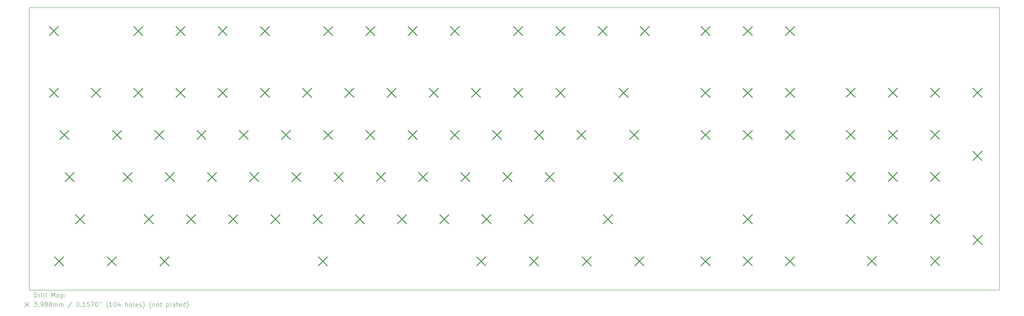
<source format=gbr>
%TF.GenerationSoftware,KiCad,Pcbnew,7.0.1*%
%TF.CreationDate,2024-09-21T18:30:58-05:00*%
%TF.ProjectId,C128DKEYBOARD,43313238-444b-4455-9942-4f4152442e6b,3.3*%
%TF.SameCoordinates,Original*%
%TF.FileFunction,Drillmap*%
%TF.FilePolarity,Positive*%
%FSLAX45Y45*%
G04 Gerber Fmt 4.5, Leading zero omitted, Abs format (unit mm)*
G04 Created by KiCad (PCBNEW 7.0.1) date 2024-09-21 18:30:58*
%MOMM*%
%LPD*%
G01*
G04 APERTURE LIST*
%ADD10C,0.150000*%
%ADD11C,0.200000*%
%ADD12C,0.398780*%
G04 APERTURE END LIST*
D10*
X5421630Y-12321540D02*
X11608830Y-12321600D01*
X45111730Y-12322280D02*
X13406430Y-12321540D01*
X5358130Y-25097740D02*
X5326380Y-25097740D01*
X45111730Y-12322280D02*
X49109630Y-12321540D01*
X49109630Y-12639040D02*
X49109630Y-12575540D01*
X11608830Y-12321600D02*
X13406430Y-12321540D01*
X5326380Y-25021540D02*
X5326380Y-25097740D01*
X5421630Y-12321540D02*
X5358130Y-12321540D01*
X49109630Y-25097740D02*
X49109630Y-12639040D01*
X5358130Y-25097740D02*
X49109630Y-25097740D01*
X49109630Y-12321540D02*
X49109630Y-12575540D01*
X5326380Y-12321540D02*
X5326380Y-25021540D01*
X5326380Y-12321540D02*
X5358130Y-12321540D01*
D11*
D12*
X6233160Y-13173710D02*
X6631940Y-13572490D01*
X6631940Y-13173710D02*
X6233160Y-13572490D01*
X6233160Y-15967710D02*
X6631940Y-16366490D01*
X6631940Y-15967710D02*
X6233160Y-16366490D01*
X6470660Y-23587710D02*
X6869440Y-23986490D01*
X6869440Y-23587710D02*
X6470660Y-23986490D01*
X6708660Y-17872710D02*
X7107440Y-18271490D01*
X7107440Y-17872710D02*
X6708660Y-18271490D01*
X6946960Y-19777710D02*
X7345740Y-20176490D01*
X7345740Y-19777710D02*
X6946960Y-20176490D01*
X7423160Y-21682710D02*
X7821940Y-22081490D01*
X7821940Y-21682710D02*
X7423160Y-22081490D01*
X8138160Y-15967710D02*
X8536940Y-16366490D01*
X8536940Y-15967710D02*
X8138160Y-16366490D01*
X8851660Y-23587710D02*
X9250440Y-23986490D01*
X9250440Y-23587710D02*
X8851660Y-23986490D01*
X9090660Y-17872710D02*
X9489440Y-18271490D01*
X9489440Y-17872710D02*
X9090660Y-18271490D01*
X9565660Y-19777710D02*
X9964440Y-20176490D01*
X9964440Y-19777710D02*
X9565660Y-20176490D01*
X10043160Y-13173710D02*
X10441940Y-13572490D01*
X10441940Y-13173710D02*
X10043160Y-13572490D01*
X10043160Y-15967710D02*
X10441940Y-16366490D01*
X10441940Y-15967710D02*
X10043160Y-16366490D01*
X10518160Y-21682710D02*
X10916940Y-22081490D01*
X10916940Y-21682710D02*
X10518160Y-22081490D01*
X10995660Y-17872710D02*
X11394440Y-18271490D01*
X11394440Y-17872710D02*
X10995660Y-18271490D01*
X11232660Y-23587710D02*
X11631440Y-23986490D01*
X11631440Y-23587710D02*
X11232660Y-23986490D01*
X11470660Y-19777710D02*
X11869440Y-20176490D01*
X11869440Y-19777710D02*
X11470660Y-20176490D01*
X11948160Y-13173710D02*
X12346940Y-13572490D01*
X12346940Y-13173710D02*
X11948160Y-13572490D01*
X11948160Y-15967710D02*
X12346940Y-16366490D01*
X12346940Y-15967710D02*
X11948160Y-16366490D01*
X12423160Y-21682710D02*
X12821940Y-22081490D01*
X12821940Y-21682710D02*
X12423160Y-22081490D01*
X12900660Y-17872710D02*
X13299440Y-18271490D01*
X13299440Y-17872710D02*
X12900660Y-18271490D01*
X13375660Y-19777710D02*
X13774440Y-20176490D01*
X13774440Y-19777710D02*
X13375660Y-20176490D01*
X13853160Y-13173710D02*
X14251940Y-13572490D01*
X14251940Y-13173710D02*
X13853160Y-13572490D01*
X13853160Y-15967710D02*
X14251940Y-16366490D01*
X14251940Y-15967710D02*
X13853160Y-16366490D01*
X14328160Y-21682710D02*
X14726940Y-22081490D01*
X14726940Y-21682710D02*
X14328160Y-22081490D01*
X14805660Y-17872710D02*
X15204440Y-18271490D01*
X15204440Y-17872710D02*
X14805660Y-18271490D01*
X15280660Y-19777710D02*
X15679440Y-20176490D01*
X15679440Y-19777710D02*
X15280660Y-20176490D01*
X15758160Y-13173710D02*
X16156940Y-13572490D01*
X16156940Y-13173710D02*
X15758160Y-13572490D01*
X15758160Y-15967710D02*
X16156940Y-16366490D01*
X16156940Y-15967710D02*
X15758160Y-16366490D01*
X16233160Y-21682710D02*
X16631940Y-22081490D01*
X16631940Y-21682710D02*
X16233160Y-22081490D01*
X16710660Y-17872710D02*
X17109440Y-18271490D01*
X17109440Y-17872710D02*
X16710660Y-18271490D01*
X17185660Y-19777710D02*
X17584440Y-20176490D01*
X17584440Y-19777710D02*
X17185660Y-20176490D01*
X17663160Y-15967710D02*
X18061940Y-16366490D01*
X18061940Y-15967710D02*
X17663160Y-16366490D01*
X18138160Y-21682710D02*
X18536940Y-22081490D01*
X18536940Y-21682710D02*
X18138160Y-22081490D01*
X18376160Y-23587710D02*
X18774940Y-23986490D01*
X18774940Y-23587710D02*
X18376160Y-23986490D01*
X18615660Y-13173710D02*
X19014440Y-13572490D01*
X19014440Y-13173710D02*
X18615660Y-13572490D01*
X18615660Y-17872710D02*
X19014440Y-18271490D01*
X19014440Y-17872710D02*
X18615660Y-18271490D01*
X19090660Y-19777710D02*
X19489440Y-20176490D01*
X19489440Y-19777710D02*
X19090660Y-20176490D01*
X19568160Y-15967710D02*
X19966940Y-16366490D01*
X19966940Y-15967710D02*
X19568160Y-16366490D01*
X20043160Y-21682710D02*
X20441940Y-22081490D01*
X20441940Y-21682710D02*
X20043160Y-22081490D01*
X20520660Y-13173710D02*
X20919440Y-13572490D01*
X20919440Y-13173710D02*
X20520660Y-13572490D01*
X20520660Y-17872710D02*
X20919440Y-18271490D01*
X20919440Y-17872710D02*
X20520660Y-18271490D01*
X20995660Y-19777710D02*
X21394440Y-20176490D01*
X21394440Y-19777710D02*
X20995660Y-20176490D01*
X21473160Y-15967710D02*
X21871940Y-16366490D01*
X21871940Y-15967710D02*
X21473160Y-16366490D01*
X21948160Y-21682710D02*
X22346940Y-22081490D01*
X22346940Y-21682710D02*
X21948160Y-22081490D01*
X22425660Y-13173710D02*
X22824440Y-13572490D01*
X22824440Y-13173710D02*
X22425660Y-13572490D01*
X22425660Y-17872710D02*
X22824440Y-18271490D01*
X22824440Y-17872710D02*
X22425660Y-18271490D01*
X22900660Y-19777710D02*
X23299440Y-20176490D01*
X23299440Y-19777710D02*
X22900660Y-20176490D01*
X23378160Y-15967710D02*
X23776940Y-16366490D01*
X23776940Y-15967710D02*
X23378160Y-16366490D01*
X23853160Y-21682710D02*
X24251940Y-22081490D01*
X24251940Y-21682710D02*
X23853160Y-22081490D01*
X24330660Y-13173710D02*
X24729440Y-13572490D01*
X24729440Y-13173710D02*
X24330660Y-13572490D01*
X24330660Y-17872710D02*
X24729440Y-18271490D01*
X24729440Y-17872710D02*
X24330660Y-18271490D01*
X24805660Y-19777710D02*
X25204440Y-20176490D01*
X25204440Y-19777710D02*
X24805660Y-20176490D01*
X25283160Y-15967710D02*
X25681940Y-16366490D01*
X25681940Y-15967710D02*
X25283160Y-16366490D01*
X25520160Y-23587710D02*
X25918940Y-23986490D01*
X25918940Y-23587710D02*
X25520160Y-23986490D01*
X25758160Y-21682710D02*
X26156940Y-22081490D01*
X26156940Y-21682710D02*
X25758160Y-22081490D01*
X26235660Y-17872710D02*
X26634440Y-18271490D01*
X26634440Y-17872710D02*
X26235660Y-18271490D01*
X26710660Y-19777710D02*
X27109440Y-20176490D01*
X27109440Y-19777710D02*
X26710660Y-20176490D01*
X27188160Y-13173710D02*
X27586940Y-13572490D01*
X27586940Y-13173710D02*
X27188160Y-13572490D01*
X27188160Y-15967710D02*
X27586940Y-16366490D01*
X27586940Y-15967710D02*
X27188160Y-16366490D01*
X27663160Y-21682710D02*
X28061940Y-22081490D01*
X28061940Y-21682710D02*
X27663160Y-22081490D01*
X27901160Y-23587710D02*
X28299940Y-23986490D01*
X28299940Y-23587710D02*
X27901160Y-23986490D01*
X28140660Y-17872710D02*
X28539440Y-18271490D01*
X28539440Y-17872710D02*
X28140660Y-18271490D01*
X28615660Y-19777710D02*
X29014440Y-20176490D01*
X29014440Y-19777710D02*
X28615660Y-20176490D01*
X29093160Y-13173710D02*
X29491940Y-13572490D01*
X29491940Y-13173710D02*
X29093160Y-13572490D01*
X29093160Y-15967710D02*
X29491940Y-16366490D01*
X29491940Y-15967710D02*
X29093160Y-16366490D01*
X30045660Y-17872710D02*
X30444440Y-18271490D01*
X30444440Y-17872710D02*
X30045660Y-18271490D01*
X30282160Y-23587710D02*
X30680940Y-23986490D01*
X30680940Y-23587710D02*
X30282160Y-23986490D01*
X30998160Y-13173710D02*
X31396940Y-13572490D01*
X31396940Y-13173710D02*
X30998160Y-13572490D01*
X31234660Y-21682710D02*
X31633440Y-22081490D01*
X31633440Y-21682710D02*
X31234660Y-22081490D01*
X31711160Y-19777710D02*
X32109940Y-20176490D01*
X32109940Y-19777710D02*
X31711160Y-20176490D01*
X31950660Y-15967710D02*
X32349440Y-16366490D01*
X32349440Y-15967710D02*
X31950660Y-16366490D01*
X32426660Y-17872710D02*
X32825440Y-18271490D01*
X32825440Y-17872710D02*
X32426660Y-18271490D01*
X32663160Y-23587710D02*
X33061940Y-23986490D01*
X33061940Y-23587710D02*
X32663160Y-23986490D01*
X32903160Y-13173710D02*
X33301940Y-13572490D01*
X33301940Y-13173710D02*
X32903160Y-13572490D01*
X35643820Y-13173710D02*
X36042600Y-13572490D01*
X36042600Y-13173710D02*
X35643820Y-13572490D01*
X35643820Y-15967710D02*
X36042600Y-16366490D01*
X36042600Y-15967710D02*
X35643820Y-16366490D01*
X35643820Y-17872710D02*
X36042600Y-18271490D01*
X36042600Y-17872710D02*
X35643820Y-18271490D01*
X35643820Y-23587710D02*
X36042600Y-23986490D01*
X36042600Y-23587710D02*
X35643820Y-23986490D01*
X37548820Y-13173710D02*
X37947600Y-13572490D01*
X37947600Y-13173710D02*
X37548820Y-13572490D01*
X37548820Y-15967710D02*
X37947600Y-16366490D01*
X37947600Y-15967710D02*
X37548820Y-16366490D01*
X37548820Y-17872710D02*
X37947600Y-18271490D01*
X37947600Y-17872710D02*
X37548820Y-18271490D01*
X37548820Y-21682710D02*
X37947600Y-22081490D01*
X37947600Y-21682710D02*
X37548820Y-22081490D01*
X37548820Y-23587710D02*
X37947600Y-23986490D01*
X37947600Y-23587710D02*
X37548820Y-23986490D01*
X39453820Y-13173710D02*
X39852600Y-13572490D01*
X39852600Y-13173710D02*
X39453820Y-13572490D01*
X39453820Y-15967710D02*
X39852600Y-16366490D01*
X39852600Y-15967710D02*
X39453820Y-16366490D01*
X39453820Y-17872710D02*
X39852600Y-18271490D01*
X39852600Y-17872710D02*
X39453820Y-18271490D01*
X39453820Y-23587710D02*
X39852600Y-23986490D01*
X39852600Y-23587710D02*
X39453820Y-23986490D01*
X42195750Y-15962630D02*
X42594530Y-16361410D01*
X42594530Y-15962630D02*
X42195750Y-16361410D01*
X42195750Y-17867630D02*
X42594530Y-18266410D01*
X42594530Y-17867630D02*
X42195750Y-18266410D01*
X42195750Y-19772630D02*
X42594530Y-20171410D01*
X42594530Y-19772630D02*
X42195750Y-20171410D01*
X42195750Y-21677630D02*
X42594530Y-22076410D01*
X42594530Y-21677630D02*
X42195750Y-22076410D01*
X43150790Y-23582630D02*
X43549570Y-23981410D01*
X43549570Y-23582630D02*
X43150790Y-23981410D01*
X44100750Y-15962630D02*
X44499530Y-16361410D01*
X44499530Y-15962630D02*
X44100750Y-16361410D01*
X44100750Y-17867630D02*
X44499530Y-18266410D01*
X44499530Y-17867630D02*
X44100750Y-18266410D01*
X44100750Y-19772630D02*
X44499530Y-20171410D01*
X44499530Y-19772630D02*
X44100750Y-20171410D01*
X44100750Y-21677630D02*
X44499530Y-22076410D01*
X44499530Y-21677630D02*
X44100750Y-22076410D01*
X46005750Y-15962630D02*
X46404530Y-16361410D01*
X46404530Y-15962630D02*
X46005750Y-16361410D01*
X46005750Y-17867630D02*
X46404530Y-18266410D01*
X46404530Y-17867630D02*
X46005750Y-18266410D01*
X46005750Y-19772630D02*
X46404530Y-20171410D01*
X46404530Y-19772630D02*
X46005750Y-20171410D01*
X46005750Y-21677630D02*
X46404530Y-22076410D01*
X46404530Y-21677630D02*
X46005750Y-22076410D01*
X46005750Y-23582630D02*
X46404530Y-23981410D01*
X46404530Y-23582630D02*
X46005750Y-23981410D01*
X47919640Y-15960090D02*
X48318420Y-16358870D01*
X48318420Y-15960090D02*
X47919640Y-16358870D01*
X47919640Y-18817590D02*
X48318420Y-19216370D01*
X48318420Y-18817590D02*
X47919640Y-19216370D01*
X47919640Y-22619970D02*
X48318420Y-23018750D01*
X48318420Y-22619970D02*
X47919640Y-23018750D01*
D11*
X5566499Y-25417764D02*
X5566499Y-25217764D01*
X5566499Y-25217764D02*
X5614118Y-25217764D01*
X5614118Y-25217764D02*
X5642689Y-25227288D01*
X5642689Y-25227288D02*
X5661737Y-25246335D01*
X5661737Y-25246335D02*
X5671261Y-25265383D01*
X5671261Y-25265383D02*
X5680785Y-25303478D01*
X5680785Y-25303478D02*
X5680785Y-25332049D01*
X5680785Y-25332049D02*
X5671261Y-25370145D01*
X5671261Y-25370145D02*
X5661737Y-25389192D01*
X5661737Y-25389192D02*
X5642689Y-25408240D01*
X5642689Y-25408240D02*
X5614118Y-25417764D01*
X5614118Y-25417764D02*
X5566499Y-25417764D01*
X5766499Y-25417764D02*
X5766499Y-25284430D01*
X5766499Y-25322526D02*
X5776023Y-25303478D01*
X5776023Y-25303478D02*
X5785547Y-25293954D01*
X5785547Y-25293954D02*
X5804594Y-25284430D01*
X5804594Y-25284430D02*
X5823642Y-25284430D01*
X5890308Y-25417764D02*
X5890308Y-25284430D01*
X5890308Y-25217764D02*
X5880785Y-25227288D01*
X5880785Y-25227288D02*
X5890308Y-25236811D01*
X5890308Y-25236811D02*
X5899832Y-25227288D01*
X5899832Y-25227288D02*
X5890308Y-25217764D01*
X5890308Y-25217764D02*
X5890308Y-25236811D01*
X6014118Y-25417764D02*
X5995070Y-25408240D01*
X5995070Y-25408240D02*
X5985547Y-25389192D01*
X5985547Y-25389192D02*
X5985547Y-25217764D01*
X6118880Y-25417764D02*
X6099832Y-25408240D01*
X6099832Y-25408240D02*
X6090308Y-25389192D01*
X6090308Y-25389192D02*
X6090308Y-25217764D01*
X6347451Y-25417764D02*
X6347451Y-25217764D01*
X6347451Y-25217764D02*
X6414118Y-25360621D01*
X6414118Y-25360621D02*
X6480785Y-25217764D01*
X6480785Y-25217764D02*
X6480785Y-25417764D01*
X6661737Y-25417764D02*
X6661737Y-25313002D01*
X6661737Y-25313002D02*
X6652213Y-25293954D01*
X6652213Y-25293954D02*
X6633166Y-25284430D01*
X6633166Y-25284430D02*
X6595070Y-25284430D01*
X6595070Y-25284430D02*
X6576023Y-25293954D01*
X6661737Y-25408240D02*
X6642689Y-25417764D01*
X6642689Y-25417764D02*
X6595070Y-25417764D01*
X6595070Y-25417764D02*
X6576023Y-25408240D01*
X6576023Y-25408240D02*
X6566499Y-25389192D01*
X6566499Y-25389192D02*
X6566499Y-25370145D01*
X6566499Y-25370145D02*
X6576023Y-25351097D01*
X6576023Y-25351097D02*
X6595070Y-25341573D01*
X6595070Y-25341573D02*
X6642689Y-25341573D01*
X6642689Y-25341573D02*
X6661737Y-25332049D01*
X6756975Y-25284430D02*
X6756975Y-25484430D01*
X6756975Y-25293954D02*
X6776023Y-25284430D01*
X6776023Y-25284430D02*
X6814118Y-25284430D01*
X6814118Y-25284430D02*
X6833166Y-25293954D01*
X6833166Y-25293954D02*
X6842689Y-25303478D01*
X6842689Y-25303478D02*
X6852213Y-25322526D01*
X6852213Y-25322526D02*
X6852213Y-25379668D01*
X6852213Y-25379668D02*
X6842689Y-25398716D01*
X6842689Y-25398716D02*
X6833166Y-25408240D01*
X6833166Y-25408240D02*
X6814118Y-25417764D01*
X6814118Y-25417764D02*
X6776023Y-25417764D01*
X6776023Y-25417764D02*
X6756975Y-25408240D01*
X6937928Y-25398716D02*
X6947451Y-25408240D01*
X6947451Y-25408240D02*
X6937928Y-25417764D01*
X6937928Y-25417764D02*
X6928404Y-25408240D01*
X6928404Y-25408240D02*
X6937928Y-25398716D01*
X6937928Y-25398716D02*
X6937928Y-25417764D01*
X6937928Y-25293954D02*
X6947451Y-25303478D01*
X6947451Y-25303478D02*
X6937928Y-25313002D01*
X6937928Y-25313002D02*
X6928404Y-25303478D01*
X6928404Y-25303478D02*
X6937928Y-25293954D01*
X6937928Y-25293954D02*
X6937928Y-25313002D01*
X5118880Y-25645240D02*
X5318880Y-25845240D01*
X5318880Y-25645240D02*
X5118880Y-25845240D01*
X5547451Y-25637764D02*
X5671261Y-25637764D01*
X5671261Y-25637764D02*
X5604594Y-25713954D01*
X5604594Y-25713954D02*
X5633166Y-25713954D01*
X5633166Y-25713954D02*
X5652213Y-25723478D01*
X5652213Y-25723478D02*
X5661737Y-25733002D01*
X5661737Y-25733002D02*
X5671261Y-25752049D01*
X5671261Y-25752049D02*
X5671261Y-25799668D01*
X5671261Y-25799668D02*
X5661737Y-25818716D01*
X5661737Y-25818716D02*
X5652213Y-25828240D01*
X5652213Y-25828240D02*
X5633166Y-25837764D01*
X5633166Y-25837764D02*
X5576023Y-25837764D01*
X5576023Y-25837764D02*
X5556975Y-25828240D01*
X5556975Y-25828240D02*
X5547451Y-25818716D01*
X5756975Y-25818716D02*
X5766499Y-25828240D01*
X5766499Y-25828240D02*
X5756975Y-25837764D01*
X5756975Y-25837764D02*
X5747451Y-25828240D01*
X5747451Y-25828240D02*
X5756975Y-25818716D01*
X5756975Y-25818716D02*
X5756975Y-25837764D01*
X5861737Y-25837764D02*
X5899832Y-25837764D01*
X5899832Y-25837764D02*
X5918880Y-25828240D01*
X5918880Y-25828240D02*
X5928404Y-25818716D01*
X5928404Y-25818716D02*
X5947451Y-25790145D01*
X5947451Y-25790145D02*
X5956975Y-25752049D01*
X5956975Y-25752049D02*
X5956975Y-25675859D01*
X5956975Y-25675859D02*
X5947451Y-25656811D01*
X5947451Y-25656811D02*
X5937928Y-25647288D01*
X5937928Y-25647288D02*
X5918880Y-25637764D01*
X5918880Y-25637764D02*
X5880785Y-25637764D01*
X5880785Y-25637764D02*
X5861737Y-25647288D01*
X5861737Y-25647288D02*
X5852213Y-25656811D01*
X5852213Y-25656811D02*
X5842689Y-25675859D01*
X5842689Y-25675859D02*
X5842689Y-25723478D01*
X5842689Y-25723478D02*
X5852213Y-25742526D01*
X5852213Y-25742526D02*
X5861737Y-25752049D01*
X5861737Y-25752049D02*
X5880785Y-25761573D01*
X5880785Y-25761573D02*
X5918880Y-25761573D01*
X5918880Y-25761573D02*
X5937928Y-25752049D01*
X5937928Y-25752049D02*
X5947451Y-25742526D01*
X5947451Y-25742526D02*
X5956975Y-25723478D01*
X6071261Y-25723478D02*
X6052213Y-25713954D01*
X6052213Y-25713954D02*
X6042689Y-25704430D01*
X6042689Y-25704430D02*
X6033166Y-25685383D01*
X6033166Y-25685383D02*
X6033166Y-25675859D01*
X6033166Y-25675859D02*
X6042689Y-25656811D01*
X6042689Y-25656811D02*
X6052213Y-25647288D01*
X6052213Y-25647288D02*
X6071261Y-25637764D01*
X6071261Y-25637764D02*
X6109356Y-25637764D01*
X6109356Y-25637764D02*
X6128404Y-25647288D01*
X6128404Y-25647288D02*
X6137928Y-25656811D01*
X6137928Y-25656811D02*
X6147451Y-25675859D01*
X6147451Y-25675859D02*
X6147451Y-25685383D01*
X6147451Y-25685383D02*
X6137928Y-25704430D01*
X6137928Y-25704430D02*
X6128404Y-25713954D01*
X6128404Y-25713954D02*
X6109356Y-25723478D01*
X6109356Y-25723478D02*
X6071261Y-25723478D01*
X6071261Y-25723478D02*
X6052213Y-25733002D01*
X6052213Y-25733002D02*
X6042689Y-25742526D01*
X6042689Y-25742526D02*
X6033166Y-25761573D01*
X6033166Y-25761573D02*
X6033166Y-25799668D01*
X6033166Y-25799668D02*
X6042689Y-25818716D01*
X6042689Y-25818716D02*
X6052213Y-25828240D01*
X6052213Y-25828240D02*
X6071261Y-25837764D01*
X6071261Y-25837764D02*
X6109356Y-25837764D01*
X6109356Y-25837764D02*
X6128404Y-25828240D01*
X6128404Y-25828240D02*
X6137928Y-25818716D01*
X6137928Y-25818716D02*
X6147451Y-25799668D01*
X6147451Y-25799668D02*
X6147451Y-25761573D01*
X6147451Y-25761573D02*
X6137928Y-25742526D01*
X6137928Y-25742526D02*
X6128404Y-25733002D01*
X6128404Y-25733002D02*
X6109356Y-25723478D01*
X6261737Y-25723478D02*
X6242689Y-25713954D01*
X6242689Y-25713954D02*
X6233166Y-25704430D01*
X6233166Y-25704430D02*
X6223642Y-25685383D01*
X6223642Y-25685383D02*
X6223642Y-25675859D01*
X6223642Y-25675859D02*
X6233166Y-25656811D01*
X6233166Y-25656811D02*
X6242689Y-25647288D01*
X6242689Y-25647288D02*
X6261737Y-25637764D01*
X6261737Y-25637764D02*
X6299832Y-25637764D01*
X6299832Y-25637764D02*
X6318880Y-25647288D01*
X6318880Y-25647288D02*
X6328404Y-25656811D01*
X6328404Y-25656811D02*
X6337928Y-25675859D01*
X6337928Y-25675859D02*
X6337928Y-25685383D01*
X6337928Y-25685383D02*
X6328404Y-25704430D01*
X6328404Y-25704430D02*
X6318880Y-25713954D01*
X6318880Y-25713954D02*
X6299832Y-25723478D01*
X6299832Y-25723478D02*
X6261737Y-25723478D01*
X6261737Y-25723478D02*
X6242689Y-25733002D01*
X6242689Y-25733002D02*
X6233166Y-25742526D01*
X6233166Y-25742526D02*
X6223642Y-25761573D01*
X6223642Y-25761573D02*
X6223642Y-25799668D01*
X6223642Y-25799668D02*
X6233166Y-25818716D01*
X6233166Y-25818716D02*
X6242689Y-25828240D01*
X6242689Y-25828240D02*
X6261737Y-25837764D01*
X6261737Y-25837764D02*
X6299832Y-25837764D01*
X6299832Y-25837764D02*
X6318880Y-25828240D01*
X6318880Y-25828240D02*
X6328404Y-25818716D01*
X6328404Y-25818716D02*
X6337928Y-25799668D01*
X6337928Y-25799668D02*
X6337928Y-25761573D01*
X6337928Y-25761573D02*
X6328404Y-25742526D01*
X6328404Y-25742526D02*
X6318880Y-25733002D01*
X6318880Y-25733002D02*
X6299832Y-25723478D01*
X6423642Y-25837764D02*
X6423642Y-25704430D01*
X6423642Y-25723478D02*
X6433166Y-25713954D01*
X6433166Y-25713954D02*
X6452213Y-25704430D01*
X6452213Y-25704430D02*
X6480785Y-25704430D01*
X6480785Y-25704430D02*
X6499832Y-25713954D01*
X6499832Y-25713954D02*
X6509356Y-25733002D01*
X6509356Y-25733002D02*
X6509356Y-25837764D01*
X6509356Y-25733002D02*
X6518880Y-25713954D01*
X6518880Y-25713954D02*
X6537928Y-25704430D01*
X6537928Y-25704430D02*
X6566499Y-25704430D01*
X6566499Y-25704430D02*
X6585547Y-25713954D01*
X6585547Y-25713954D02*
X6595070Y-25733002D01*
X6595070Y-25733002D02*
X6595070Y-25837764D01*
X6690309Y-25837764D02*
X6690309Y-25704430D01*
X6690309Y-25723478D02*
X6699832Y-25713954D01*
X6699832Y-25713954D02*
X6718880Y-25704430D01*
X6718880Y-25704430D02*
X6747451Y-25704430D01*
X6747451Y-25704430D02*
X6766499Y-25713954D01*
X6766499Y-25713954D02*
X6776023Y-25733002D01*
X6776023Y-25733002D02*
X6776023Y-25837764D01*
X6776023Y-25733002D02*
X6785547Y-25713954D01*
X6785547Y-25713954D02*
X6804594Y-25704430D01*
X6804594Y-25704430D02*
X6833166Y-25704430D01*
X6833166Y-25704430D02*
X6852213Y-25713954D01*
X6852213Y-25713954D02*
X6861737Y-25733002D01*
X6861737Y-25733002D02*
X6861737Y-25837764D01*
X7252213Y-25628240D02*
X7080785Y-25885383D01*
X7509356Y-25637764D02*
X7528404Y-25637764D01*
X7528404Y-25637764D02*
X7547452Y-25647288D01*
X7547452Y-25647288D02*
X7556975Y-25656811D01*
X7556975Y-25656811D02*
X7566499Y-25675859D01*
X7566499Y-25675859D02*
X7576023Y-25713954D01*
X7576023Y-25713954D02*
X7576023Y-25761573D01*
X7576023Y-25761573D02*
X7566499Y-25799668D01*
X7566499Y-25799668D02*
X7556975Y-25818716D01*
X7556975Y-25818716D02*
X7547452Y-25828240D01*
X7547452Y-25828240D02*
X7528404Y-25837764D01*
X7528404Y-25837764D02*
X7509356Y-25837764D01*
X7509356Y-25837764D02*
X7490309Y-25828240D01*
X7490309Y-25828240D02*
X7480785Y-25818716D01*
X7480785Y-25818716D02*
X7471261Y-25799668D01*
X7471261Y-25799668D02*
X7461737Y-25761573D01*
X7461737Y-25761573D02*
X7461737Y-25713954D01*
X7461737Y-25713954D02*
X7471261Y-25675859D01*
X7471261Y-25675859D02*
X7480785Y-25656811D01*
X7480785Y-25656811D02*
X7490309Y-25647288D01*
X7490309Y-25647288D02*
X7509356Y-25637764D01*
X7661737Y-25818716D02*
X7671261Y-25828240D01*
X7671261Y-25828240D02*
X7661737Y-25837764D01*
X7661737Y-25837764D02*
X7652213Y-25828240D01*
X7652213Y-25828240D02*
X7661737Y-25818716D01*
X7661737Y-25818716D02*
X7661737Y-25837764D01*
X7861737Y-25837764D02*
X7747452Y-25837764D01*
X7804594Y-25837764D02*
X7804594Y-25637764D01*
X7804594Y-25637764D02*
X7785547Y-25666335D01*
X7785547Y-25666335D02*
X7766499Y-25685383D01*
X7766499Y-25685383D02*
X7747452Y-25694907D01*
X8042690Y-25637764D02*
X7947452Y-25637764D01*
X7947452Y-25637764D02*
X7937928Y-25733002D01*
X7937928Y-25733002D02*
X7947452Y-25723478D01*
X7947452Y-25723478D02*
X7966499Y-25713954D01*
X7966499Y-25713954D02*
X8014118Y-25713954D01*
X8014118Y-25713954D02*
X8033166Y-25723478D01*
X8033166Y-25723478D02*
X8042690Y-25733002D01*
X8042690Y-25733002D02*
X8052213Y-25752049D01*
X8052213Y-25752049D02*
X8052213Y-25799668D01*
X8052213Y-25799668D02*
X8042690Y-25818716D01*
X8042690Y-25818716D02*
X8033166Y-25828240D01*
X8033166Y-25828240D02*
X8014118Y-25837764D01*
X8014118Y-25837764D02*
X7966499Y-25837764D01*
X7966499Y-25837764D02*
X7947452Y-25828240D01*
X7947452Y-25828240D02*
X7937928Y-25818716D01*
X8118880Y-25637764D02*
X8252213Y-25637764D01*
X8252213Y-25637764D02*
X8166499Y-25837764D01*
X8366499Y-25637764D02*
X8385547Y-25637764D01*
X8385547Y-25637764D02*
X8404595Y-25647288D01*
X8404595Y-25647288D02*
X8414118Y-25656811D01*
X8414118Y-25656811D02*
X8423642Y-25675859D01*
X8423642Y-25675859D02*
X8433166Y-25713954D01*
X8433166Y-25713954D02*
X8433166Y-25761573D01*
X8433166Y-25761573D02*
X8423642Y-25799668D01*
X8423642Y-25799668D02*
X8414118Y-25818716D01*
X8414118Y-25818716D02*
X8404595Y-25828240D01*
X8404595Y-25828240D02*
X8385547Y-25837764D01*
X8385547Y-25837764D02*
X8366499Y-25837764D01*
X8366499Y-25837764D02*
X8347452Y-25828240D01*
X8347452Y-25828240D02*
X8337928Y-25818716D01*
X8337928Y-25818716D02*
X8328404Y-25799668D01*
X8328404Y-25799668D02*
X8318880Y-25761573D01*
X8318880Y-25761573D02*
X8318880Y-25713954D01*
X8318880Y-25713954D02*
X8328404Y-25675859D01*
X8328404Y-25675859D02*
X8337928Y-25656811D01*
X8337928Y-25656811D02*
X8347452Y-25647288D01*
X8347452Y-25647288D02*
X8366499Y-25637764D01*
X8509356Y-25637764D02*
X8509356Y-25675859D01*
X8585547Y-25637764D02*
X8585547Y-25675859D01*
X8880785Y-25913954D02*
X8871261Y-25904430D01*
X8871261Y-25904430D02*
X8852214Y-25875859D01*
X8852214Y-25875859D02*
X8842690Y-25856811D01*
X8842690Y-25856811D02*
X8833166Y-25828240D01*
X8833166Y-25828240D02*
X8823642Y-25780621D01*
X8823642Y-25780621D02*
X8823642Y-25742526D01*
X8823642Y-25742526D02*
X8833166Y-25694907D01*
X8833166Y-25694907D02*
X8842690Y-25666335D01*
X8842690Y-25666335D02*
X8852214Y-25647288D01*
X8852214Y-25647288D02*
X8871261Y-25618716D01*
X8871261Y-25618716D02*
X8880785Y-25609192D01*
X9061737Y-25837764D02*
X8947452Y-25837764D01*
X9004595Y-25837764D02*
X9004595Y-25637764D01*
X9004595Y-25637764D02*
X8985547Y-25666335D01*
X8985547Y-25666335D02*
X8966499Y-25685383D01*
X8966499Y-25685383D02*
X8947452Y-25694907D01*
X9185547Y-25637764D02*
X9204595Y-25637764D01*
X9204595Y-25637764D02*
X9223642Y-25647288D01*
X9223642Y-25647288D02*
X9233166Y-25656811D01*
X9233166Y-25656811D02*
X9242690Y-25675859D01*
X9242690Y-25675859D02*
X9252214Y-25713954D01*
X9252214Y-25713954D02*
X9252214Y-25761573D01*
X9252214Y-25761573D02*
X9242690Y-25799668D01*
X9242690Y-25799668D02*
X9233166Y-25818716D01*
X9233166Y-25818716D02*
X9223642Y-25828240D01*
X9223642Y-25828240D02*
X9204595Y-25837764D01*
X9204595Y-25837764D02*
X9185547Y-25837764D01*
X9185547Y-25837764D02*
X9166499Y-25828240D01*
X9166499Y-25828240D02*
X9156976Y-25818716D01*
X9156976Y-25818716D02*
X9147452Y-25799668D01*
X9147452Y-25799668D02*
X9137928Y-25761573D01*
X9137928Y-25761573D02*
X9137928Y-25713954D01*
X9137928Y-25713954D02*
X9147452Y-25675859D01*
X9147452Y-25675859D02*
X9156976Y-25656811D01*
X9156976Y-25656811D02*
X9166499Y-25647288D01*
X9166499Y-25647288D02*
X9185547Y-25637764D01*
X9423642Y-25704430D02*
X9423642Y-25837764D01*
X9376023Y-25628240D02*
X9328404Y-25771097D01*
X9328404Y-25771097D02*
X9452214Y-25771097D01*
X9680785Y-25837764D02*
X9680785Y-25637764D01*
X9766499Y-25837764D02*
X9766499Y-25733002D01*
X9766499Y-25733002D02*
X9756976Y-25713954D01*
X9756976Y-25713954D02*
X9737928Y-25704430D01*
X9737928Y-25704430D02*
X9709357Y-25704430D01*
X9709357Y-25704430D02*
X9690309Y-25713954D01*
X9690309Y-25713954D02*
X9680785Y-25723478D01*
X9890309Y-25837764D02*
X9871261Y-25828240D01*
X9871261Y-25828240D02*
X9861738Y-25818716D01*
X9861738Y-25818716D02*
X9852214Y-25799668D01*
X9852214Y-25799668D02*
X9852214Y-25742526D01*
X9852214Y-25742526D02*
X9861738Y-25723478D01*
X9861738Y-25723478D02*
X9871261Y-25713954D01*
X9871261Y-25713954D02*
X9890309Y-25704430D01*
X9890309Y-25704430D02*
X9918880Y-25704430D01*
X9918880Y-25704430D02*
X9937928Y-25713954D01*
X9937928Y-25713954D02*
X9947452Y-25723478D01*
X9947452Y-25723478D02*
X9956976Y-25742526D01*
X9956976Y-25742526D02*
X9956976Y-25799668D01*
X9956976Y-25799668D02*
X9947452Y-25818716D01*
X9947452Y-25818716D02*
X9937928Y-25828240D01*
X9937928Y-25828240D02*
X9918880Y-25837764D01*
X9918880Y-25837764D02*
X9890309Y-25837764D01*
X10071261Y-25837764D02*
X10052214Y-25828240D01*
X10052214Y-25828240D02*
X10042690Y-25809192D01*
X10042690Y-25809192D02*
X10042690Y-25637764D01*
X10223642Y-25828240D02*
X10204595Y-25837764D01*
X10204595Y-25837764D02*
X10166499Y-25837764D01*
X10166499Y-25837764D02*
X10147452Y-25828240D01*
X10147452Y-25828240D02*
X10137928Y-25809192D01*
X10137928Y-25809192D02*
X10137928Y-25733002D01*
X10137928Y-25733002D02*
X10147452Y-25713954D01*
X10147452Y-25713954D02*
X10166499Y-25704430D01*
X10166499Y-25704430D02*
X10204595Y-25704430D01*
X10204595Y-25704430D02*
X10223642Y-25713954D01*
X10223642Y-25713954D02*
X10233166Y-25733002D01*
X10233166Y-25733002D02*
X10233166Y-25752049D01*
X10233166Y-25752049D02*
X10137928Y-25771097D01*
X10309357Y-25828240D02*
X10328404Y-25837764D01*
X10328404Y-25837764D02*
X10366499Y-25837764D01*
X10366499Y-25837764D02*
X10385547Y-25828240D01*
X10385547Y-25828240D02*
X10395071Y-25809192D01*
X10395071Y-25809192D02*
X10395071Y-25799668D01*
X10395071Y-25799668D02*
X10385547Y-25780621D01*
X10385547Y-25780621D02*
X10366499Y-25771097D01*
X10366499Y-25771097D02*
X10337928Y-25771097D01*
X10337928Y-25771097D02*
X10318880Y-25761573D01*
X10318880Y-25761573D02*
X10309357Y-25742526D01*
X10309357Y-25742526D02*
X10309357Y-25733002D01*
X10309357Y-25733002D02*
X10318880Y-25713954D01*
X10318880Y-25713954D02*
X10337928Y-25704430D01*
X10337928Y-25704430D02*
X10366499Y-25704430D01*
X10366499Y-25704430D02*
X10385547Y-25713954D01*
X10461738Y-25913954D02*
X10471261Y-25904430D01*
X10471261Y-25904430D02*
X10490309Y-25875859D01*
X10490309Y-25875859D02*
X10499833Y-25856811D01*
X10499833Y-25856811D02*
X10509357Y-25828240D01*
X10509357Y-25828240D02*
X10518880Y-25780621D01*
X10518880Y-25780621D02*
X10518880Y-25742526D01*
X10518880Y-25742526D02*
X10509357Y-25694907D01*
X10509357Y-25694907D02*
X10499833Y-25666335D01*
X10499833Y-25666335D02*
X10490309Y-25647288D01*
X10490309Y-25647288D02*
X10471261Y-25618716D01*
X10471261Y-25618716D02*
X10461738Y-25609192D01*
X10823642Y-25913954D02*
X10814119Y-25904430D01*
X10814119Y-25904430D02*
X10795071Y-25875859D01*
X10795071Y-25875859D02*
X10785547Y-25856811D01*
X10785547Y-25856811D02*
X10776023Y-25828240D01*
X10776023Y-25828240D02*
X10766500Y-25780621D01*
X10766500Y-25780621D02*
X10766500Y-25742526D01*
X10766500Y-25742526D02*
X10776023Y-25694907D01*
X10776023Y-25694907D02*
X10785547Y-25666335D01*
X10785547Y-25666335D02*
X10795071Y-25647288D01*
X10795071Y-25647288D02*
X10814119Y-25618716D01*
X10814119Y-25618716D02*
X10823642Y-25609192D01*
X10899833Y-25704430D02*
X10899833Y-25837764D01*
X10899833Y-25723478D02*
X10909357Y-25713954D01*
X10909357Y-25713954D02*
X10928404Y-25704430D01*
X10928404Y-25704430D02*
X10956976Y-25704430D01*
X10956976Y-25704430D02*
X10976023Y-25713954D01*
X10976023Y-25713954D02*
X10985547Y-25733002D01*
X10985547Y-25733002D02*
X10985547Y-25837764D01*
X11109357Y-25837764D02*
X11090309Y-25828240D01*
X11090309Y-25828240D02*
X11080785Y-25818716D01*
X11080785Y-25818716D02*
X11071261Y-25799668D01*
X11071261Y-25799668D02*
X11071261Y-25742526D01*
X11071261Y-25742526D02*
X11080785Y-25723478D01*
X11080785Y-25723478D02*
X11090309Y-25713954D01*
X11090309Y-25713954D02*
X11109357Y-25704430D01*
X11109357Y-25704430D02*
X11137928Y-25704430D01*
X11137928Y-25704430D02*
X11156976Y-25713954D01*
X11156976Y-25713954D02*
X11166500Y-25723478D01*
X11166500Y-25723478D02*
X11176023Y-25742526D01*
X11176023Y-25742526D02*
X11176023Y-25799668D01*
X11176023Y-25799668D02*
X11166500Y-25818716D01*
X11166500Y-25818716D02*
X11156976Y-25828240D01*
X11156976Y-25828240D02*
X11137928Y-25837764D01*
X11137928Y-25837764D02*
X11109357Y-25837764D01*
X11233166Y-25704430D02*
X11309357Y-25704430D01*
X11261738Y-25637764D02*
X11261738Y-25809192D01*
X11261738Y-25809192D02*
X11271261Y-25828240D01*
X11271261Y-25828240D02*
X11290309Y-25837764D01*
X11290309Y-25837764D02*
X11309357Y-25837764D01*
X11528404Y-25704430D02*
X11528404Y-25904430D01*
X11528404Y-25713954D02*
X11547452Y-25704430D01*
X11547452Y-25704430D02*
X11585547Y-25704430D01*
X11585547Y-25704430D02*
X11604595Y-25713954D01*
X11604595Y-25713954D02*
X11614119Y-25723478D01*
X11614119Y-25723478D02*
X11623642Y-25742526D01*
X11623642Y-25742526D02*
X11623642Y-25799668D01*
X11623642Y-25799668D02*
X11614119Y-25818716D01*
X11614119Y-25818716D02*
X11604595Y-25828240D01*
X11604595Y-25828240D02*
X11585547Y-25837764D01*
X11585547Y-25837764D02*
X11547452Y-25837764D01*
X11547452Y-25837764D02*
X11528404Y-25828240D01*
X11737928Y-25837764D02*
X11718880Y-25828240D01*
X11718880Y-25828240D02*
X11709357Y-25809192D01*
X11709357Y-25809192D02*
X11709357Y-25637764D01*
X11899833Y-25837764D02*
X11899833Y-25733002D01*
X11899833Y-25733002D02*
X11890309Y-25713954D01*
X11890309Y-25713954D02*
X11871261Y-25704430D01*
X11871261Y-25704430D02*
X11833166Y-25704430D01*
X11833166Y-25704430D02*
X11814119Y-25713954D01*
X11899833Y-25828240D02*
X11880785Y-25837764D01*
X11880785Y-25837764D02*
X11833166Y-25837764D01*
X11833166Y-25837764D02*
X11814119Y-25828240D01*
X11814119Y-25828240D02*
X11804595Y-25809192D01*
X11804595Y-25809192D02*
X11804595Y-25790145D01*
X11804595Y-25790145D02*
X11814119Y-25771097D01*
X11814119Y-25771097D02*
X11833166Y-25761573D01*
X11833166Y-25761573D02*
X11880785Y-25761573D01*
X11880785Y-25761573D02*
X11899833Y-25752049D01*
X11966500Y-25704430D02*
X12042690Y-25704430D01*
X11995071Y-25637764D02*
X11995071Y-25809192D01*
X11995071Y-25809192D02*
X12004595Y-25828240D01*
X12004595Y-25828240D02*
X12023642Y-25837764D01*
X12023642Y-25837764D02*
X12042690Y-25837764D01*
X12185547Y-25828240D02*
X12166500Y-25837764D01*
X12166500Y-25837764D02*
X12128404Y-25837764D01*
X12128404Y-25837764D02*
X12109357Y-25828240D01*
X12109357Y-25828240D02*
X12099833Y-25809192D01*
X12099833Y-25809192D02*
X12099833Y-25733002D01*
X12099833Y-25733002D02*
X12109357Y-25713954D01*
X12109357Y-25713954D02*
X12128404Y-25704430D01*
X12128404Y-25704430D02*
X12166500Y-25704430D01*
X12166500Y-25704430D02*
X12185547Y-25713954D01*
X12185547Y-25713954D02*
X12195071Y-25733002D01*
X12195071Y-25733002D02*
X12195071Y-25752049D01*
X12195071Y-25752049D02*
X12099833Y-25771097D01*
X12366500Y-25837764D02*
X12366500Y-25637764D01*
X12366500Y-25828240D02*
X12347452Y-25837764D01*
X12347452Y-25837764D02*
X12309357Y-25837764D01*
X12309357Y-25837764D02*
X12290309Y-25828240D01*
X12290309Y-25828240D02*
X12280785Y-25818716D01*
X12280785Y-25818716D02*
X12271261Y-25799668D01*
X12271261Y-25799668D02*
X12271261Y-25742526D01*
X12271261Y-25742526D02*
X12280785Y-25723478D01*
X12280785Y-25723478D02*
X12290309Y-25713954D01*
X12290309Y-25713954D02*
X12309357Y-25704430D01*
X12309357Y-25704430D02*
X12347452Y-25704430D01*
X12347452Y-25704430D02*
X12366500Y-25713954D01*
X12442690Y-25913954D02*
X12452214Y-25904430D01*
X12452214Y-25904430D02*
X12471261Y-25875859D01*
X12471261Y-25875859D02*
X12480785Y-25856811D01*
X12480785Y-25856811D02*
X12490309Y-25828240D01*
X12490309Y-25828240D02*
X12499833Y-25780621D01*
X12499833Y-25780621D02*
X12499833Y-25742526D01*
X12499833Y-25742526D02*
X12490309Y-25694907D01*
X12490309Y-25694907D02*
X12480785Y-25666335D01*
X12480785Y-25666335D02*
X12471261Y-25647288D01*
X12471261Y-25647288D02*
X12452214Y-25618716D01*
X12452214Y-25618716D02*
X12442690Y-25609192D01*
M02*

</source>
